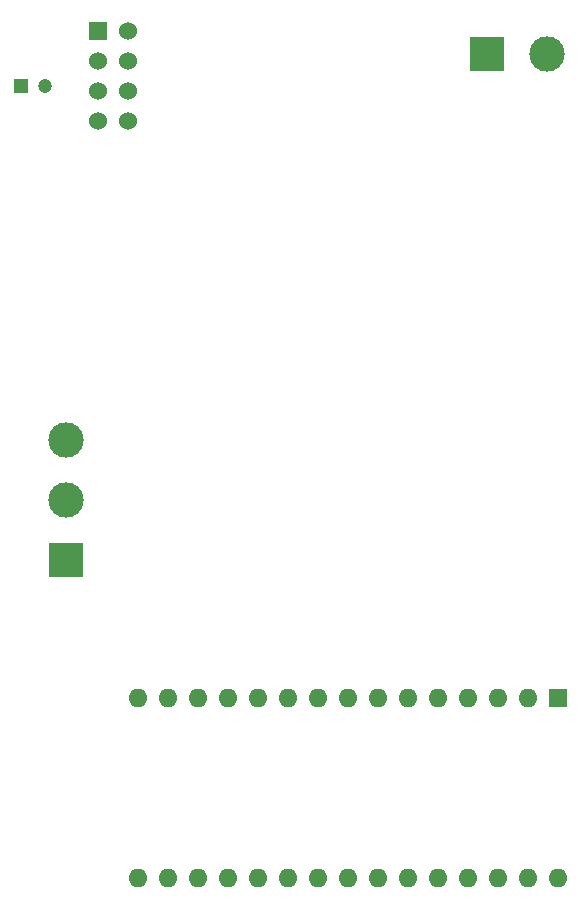
<source format=gbr>
%TF.GenerationSoftware,KiCad,Pcbnew,(5.1.10)-1*%
%TF.CreationDate,2021-11-09T21:08:57+01:00*%
%TF.ProjectId,BuzzerSend,42757a7a-6572-4536-956e-642e6b696361,1.0*%
%TF.SameCoordinates,Original*%
%TF.FileFunction,Soldermask,Bot*%
%TF.FilePolarity,Negative*%
%FSLAX46Y46*%
G04 Gerber Fmt 4.6, Leading zero omitted, Abs format (unit mm)*
G04 Created by KiCad (PCBNEW (5.1.10)-1) date 2021-11-09 21:08:57*
%MOMM*%
%LPD*%
G01*
G04 APERTURE LIST*
%ADD10R,1.600000X1.600000*%
%ADD11O,1.600000X1.600000*%
%ADD12R,3.000000X3.000000*%
%ADD13C,3.000000*%
%ADD14R,1.524000X1.524000*%
%ADD15C,1.524000*%
%ADD16R,1.200000X1.200000*%
%ADD17C,1.200000*%
G04 APERTURE END LIST*
D10*
%TO.C,A1*%
X93980000Y-111506000D03*
D11*
X60960000Y-126746000D03*
X91440000Y-111506000D03*
X63500000Y-126746000D03*
X88900000Y-111506000D03*
X66040000Y-126746000D03*
X86360000Y-111506000D03*
X68580000Y-126746000D03*
X83820000Y-111506000D03*
X71120000Y-126746000D03*
X81280000Y-111506000D03*
X73660000Y-126746000D03*
X78740000Y-111506000D03*
X76200000Y-126746000D03*
X76200000Y-111506000D03*
X78740000Y-126746000D03*
X73660000Y-111506000D03*
X81280000Y-126746000D03*
X71120000Y-111506000D03*
X83820000Y-126746000D03*
X68580000Y-111506000D03*
X86360000Y-126746000D03*
X66040000Y-111506000D03*
X88900000Y-126746000D03*
X63500000Y-111506000D03*
X91440000Y-126746000D03*
X60960000Y-111506000D03*
X93980000Y-126746000D03*
X58420000Y-111506000D03*
X58420000Y-126746000D03*
%TD*%
D12*
%TO.C,J1*%
X52324000Y-99822000D03*
D13*
X52324000Y-94742000D03*
X52324000Y-89662000D03*
%TD*%
D12*
%TO.C,J2*%
X88000000Y-57000000D03*
D13*
X93080000Y-57000000D03*
%TD*%
D14*
%TO.C,U1*%
X55000000Y-55000000D03*
D15*
X57540000Y-55000000D03*
X55000000Y-57540000D03*
X57540000Y-57540000D03*
X55000000Y-60080000D03*
X57540000Y-60080000D03*
X55000000Y-62620000D03*
X57540000Y-62620000D03*
%TD*%
D16*
%TO.C,C1*%
X48514000Y-59690000D03*
D17*
X50514000Y-59690000D03*
%TD*%
M02*

</source>
